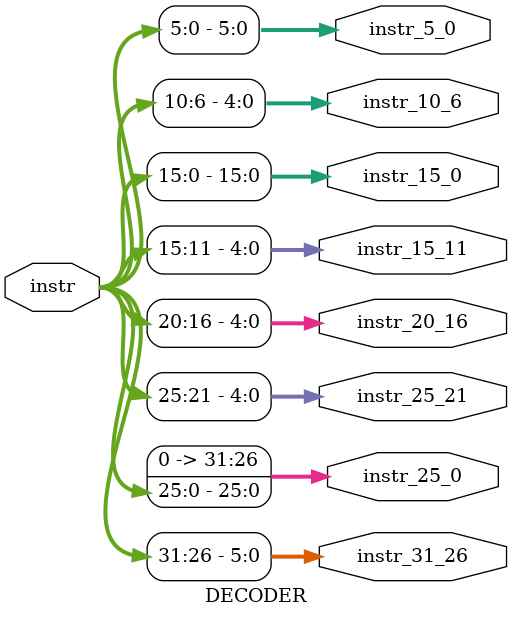
<source format=v>

module DECODER(
        instr,
        instr_31_26,
        instr_25_0,
        instr_25_21,
        instr_20_16,
        instr_15_11,
        instr_15_0,
        instr_10_6,
        instr_5_0
    );

    input   [31:0]	instr;
    output  [5:0]	instr_31_26;
    output  [31:0]	instr_25_0;
    output  [4:0]   instr_25_21;
    output  [4:0]	instr_20_16;
    output  [4:0]	instr_15_11;
    output  [15:0]	instr_15_0;
    output  [4:0]	instr_10_6;
    output  [5:0]	instr_5_0;
    

    assign instr_31_26 = instr[31:26];
    assign instr_25_0 = instr[25:0];
    assign instr_25_21 = instr[25:21];
    assign instr_20_16 = instr[20:16];
    assign instr_15_11 = instr[15:11];
    assign instr_15_0 = instr[15:0];
    assign instr_10_6 = instr[10:6];
    assign instr_5_0 = instr[5:0];

endmodule

</source>
